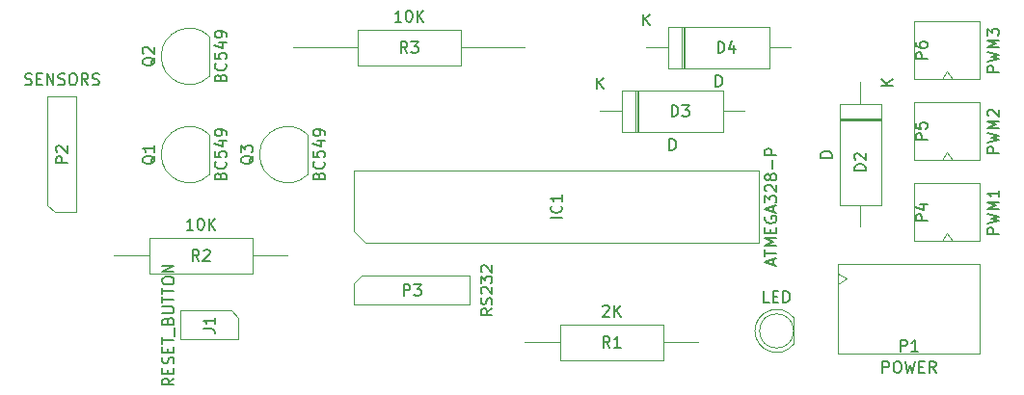
<source format=gbr>
%TF.GenerationSoftware,KiCad,Pcbnew,5.1.6-c6e7f7d~86~ubuntu16.04.1*%
%TF.CreationDate,2020-06-21T16:49:52-03:00*%
%TF.ProjectId,coolercontroller,636f6f6c-6572-4636-9f6e-74726f6c6c65,rev?*%
%TF.SameCoordinates,Original*%
%TF.FileFunction,Other,Fab,Top*%
%FSLAX46Y46*%
G04 Gerber Fmt 4.6, Leading zero omitted, Abs format (unit mm)*
G04 Created by KiCad (PCBNEW 5.1.6-c6e7f7d~86~ubuntu16.04.1) date 2020-06-21 16:49:52*
%MOMM*%
%LPD*%
G01*
G04 APERTURE LIST*
%ADD10C,0.100000*%
%ADD11C,0.150000*%
G04 APERTURE END LIST*
D10*
%TO.C,P6*%
X151004000Y-146050000D02*
X156804000Y-146050000D01*
X156804000Y-146050000D02*
X156804000Y-140970000D01*
X156804000Y-140970000D02*
X151004000Y-140970000D01*
X151004000Y-140970000D02*
X151004000Y-146050000D01*
X153424000Y-146050000D02*
X153924000Y-145342893D01*
X153924000Y-145342893D02*
X154424000Y-146050000D01*
%TO.C,P5*%
X151004000Y-153162000D02*
X156804000Y-153162000D01*
X156804000Y-153162000D02*
X156804000Y-148082000D01*
X156804000Y-148082000D02*
X151004000Y-148082000D01*
X151004000Y-148082000D02*
X151004000Y-153162000D01*
X153424000Y-153162000D02*
X153924000Y-152454893D01*
X153924000Y-152454893D02*
X154424000Y-153162000D01*
%TO.C,P4*%
X151004000Y-160274000D02*
X156804000Y-160274000D01*
X156804000Y-160274000D02*
X156804000Y-155194000D01*
X156804000Y-155194000D02*
X151004000Y-155194000D01*
X151004000Y-155194000D02*
X151004000Y-160274000D01*
X153424000Y-160274000D02*
X153924000Y-159566893D01*
X153924000Y-159566893D02*
X154424000Y-160274000D01*
%TO.C,P3*%
X112014000Y-165862000D02*
X101854000Y-165862000D01*
X112014000Y-163322000D02*
X112014000Y-165862000D01*
X102489000Y-163322000D02*
X112014000Y-163322000D01*
X101854000Y-163957000D02*
X102489000Y-163322000D01*
X101854000Y-165862000D02*
X101854000Y-163957000D01*
%TO.C,P2*%
X77470000Y-147574000D02*
X77470000Y-157734000D01*
X74930000Y-147574000D02*
X77470000Y-147574000D01*
X74930000Y-157099000D02*
X74930000Y-147574000D01*
X75565000Y-157734000D02*
X74930000Y-157099000D01*
X77470000Y-157734000D02*
X75565000Y-157734000D01*
%TO.C,J1*%
X91059000Y-166370000D02*
X91694000Y-167005000D01*
X86614000Y-166370000D02*
X91059000Y-166370000D01*
X86614000Y-168910000D02*
X86614000Y-166370000D01*
X91694000Y-168910000D02*
X86614000Y-168910000D01*
X91694000Y-167005000D02*
X91694000Y-168910000D01*
%TO.C,R2*%
X80772000Y-161544000D02*
X83892000Y-161544000D01*
X96012000Y-161544000D02*
X92892000Y-161544000D01*
X83892000Y-163144000D02*
X92892000Y-163144000D01*
X83892000Y-159944000D02*
X83892000Y-163144000D01*
X92892000Y-159944000D02*
X83892000Y-159944000D01*
X92892000Y-163144000D02*
X92892000Y-159944000D01*
%TO.C,R1*%
X116840000Y-169164000D02*
X119960000Y-169164000D01*
X132080000Y-169164000D02*
X128960000Y-169164000D01*
X119960000Y-170764000D02*
X128960000Y-170764000D01*
X119960000Y-167564000D02*
X119960000Y-170764000D01*
X128960000Y-167564000D02*
X119960000Y-167564000D01*
X128960000Y-170764000D02*
X128960000Y-167564000D01*
%TO.C,Q3*%
X97762000Y-154424000D02*
X97762000Y-150924000D01*
X97765625Y-154407625D02*
G75*
G02*
X93532000Y-152654000I-1753625J1753625D01*
G01*
X97765625Y-150900375D02*
G75*
G03*
X93532000Y-152654000I-1753625J-1753625D01*
G01*
%TO.C,Q2*%
X89126000Y-145788000D02*
X89126000Y-142288000D01*
X89129625Y-145771625D02*
G75*
G02*
X84896000Y-144018000I-1753625J1753625D01*
G01*
X89129625Y-142264375D02*
G75*
G03*
X84896000Y-144018000I-1753625J-1753625D01*
G01*
%TO.C,Q1*%
X89126000Y-154424000D02*
X89126000Y-150924000D01*
X89129625Y-154407625D02*
G75*
G02*
X84896000Y-152654000I-1753625J1753625D01*
G01*
X89129625Y-150900375D02*
G75*
G03*
X84896000Y-152654000I-1753625J-1753625D01*
G01*
%TO.C,IC1*%
X102854000Y-160401000D02*
X101854000Y-159401000D01*
X137414000Y-160401000D02*
X102854000Y-160401000D01*
X137414000Y-154051000D02*
X137414000Y-160401000D01*
X101854000Y-154051000D02*
X137414000Y-154051000D01*
X101854000Y-159401000D02*
X101854000Y-154051000D01*
%TO.C,D4*%
X130643000Y-141406000D02*
X130643000Y-145106000D01*
X130843000Y-141406000D02*
X130843000Y-145106000D01*
X130743000Y-141406000D02*
X130743000Y-145106000D01*
X140208000Y-143256000D02*
X138308000Y-143256000D01*
X127508000Y-143256000D02*
X129408000Y-143256000D01*
X138308000Y-141406000D02*
X129408000Y-141406000D01*
X138308000Y-145106000D02*
X138308000Y-141406000D01*
X129408000Y-145106000D02*
X138308000Y-145106000D01*
X129408000Y-141406000D02*
X129408000Y-145106000D01*
%TO.C,D3*%
X126579000Y-146994000D02*
X126579000Y-150694000D01*
X126779000Y-146994000D02*
X126779000Y-150694000D01*
X126679000Y-146994000D02*
X126679000Y-150694000D01*
X136144000Y-148844000D02*
X134244000Y-148844000D01*
X123444000Y-148844000D02*
X125344000Y-148844000D01*
X134244000Y-146994000D02*
X125344000Y-146994000D01*
X134244000Y-150694000D02*
X134244000Y-146994000D01*
X125344000Y-150694000D02*
X134244000Y-150694000D01*
X125344000Y-146994000D02*
X125344000Y-150694000D01*
%TO.C,D2*%
X148154000Y-149439000D02*
X144454000Y-149439000D01*
X148154000Y-149639000D02*
X144454000Y-149639000D01*
X148154000Y-149539000D02*
X144454000Y-149539000D01*
X146304000Y-159004000D02*
X146304000Y-157104000D01*
X146304000Y-146304000D02*
X146304000Y-148204000D01*
X148154000Y-157104000D02*
X148154000Y-148204000D01*
X144454000Y-157104000D02*
X148154000Y-157104000D01*
X144454000Y-148204000D02*
X144454000Y-157104000D01*
X148154000Y-148204000D02*
X144454000Y-148204000D01*
%TO.C,D1*%
X140438000Y-169314190D02*
X140438000Y-166981810D01*
X140438000Y-168148000D02*
G75*
G03*
X140438000Y-168148000I-1500000J0D01*
G01*
X140438555Y-166982524D02*
G75*
G03*
X140438000Y-169314190I-1500555J-1165476D01*
G01*
%TO.C,P1*%
X145069107Y-163576000D02*
X144362000Y-163076000D01*
X144362000Y-164076000D02*
X145069107Y-163576000D01*
X156762000Y-162276000D02*
X144362000Y-162276000D01*
X156762000Y-170176000D02*
X156762000Y-162276000D01*
X144362000Y-170176000D02*
X156762000Y-170176000D01*
X144362000Y-162276000D02*
X144362000Y-170176000D01*
%TO.C,R3*%
X96520000Y-143256000D02*
X102180000Y-143256000D01*
X116840000Y-143256000D02*
X111180000Y-143256000D01*
X102180000Y-144856000D02*
X111180000Y-144856000D01*
X102180000Y-141656000D02*
X102180000Y-144856000D01*
X111180000Y-141656000D02*
X102180000Y-141656000D01*
X111180000Y-144856000D02*
X111180000Y-141656000D01*
%TD*%
%TO.C,P6*%
D11*
X158456380Y-145390952D02*
X157456380Y-145390952D01*
X157456380Y-145010000D01*
X157504000Y-144914761D01*
X157551619Y-144867142D01*
X157646857Y-144819523D01*
X157789714Y-144819523D01*
X157884952Y-144867142D01*
X157932571Y-144914761D01*
X157980190Y-145010000D01*
X157980190Y-145390952D01*
X157456380Y-144486190D02*
X158456380Y-144248095D01*
X157742095Y-144057619D01*
X158456380Y-143867142D01*
X157456380Y-143629047D01*
X158456380Y-143248095D02*
X157456380Y-143248095D01*
X158170666Y-142914761D01*
X157456380Y-142581428D01*
X158456380Y-142581428D01*
X157456380Y-142200476D02*
X157456380Y-141581428D01*
X157837333Y-141914761D01*
X157837333Y-141771904D01*
X157884952Y-141676666D01*
X157932571Y-141629047D01*
X158027809Y-141581428D01*
X158265904Y-141581428D01*
X158361142Y-141629047D01*
X158408761Y-141676666D01*
X158456380Y-141771904D01*
X158456380Y-142057619D01*
X158408761Y-142152857D01*
X158361142Y-142200476D01*
X152156380Y-144248095D02*
X151156380Y-144248095D01*
X151156380Y-143867142D01*
X151204000Y-143771904D01*
X151251619Y-143724285D01*
X151346857Y-143676666D01*
X151489714Y-143676666D01*
X151584952Y-143724285D01*
X151632571Y-143771904D01*
X151680190Y-143867142D01*
X151680190Y-144248095D01*
X151156380Y-142819523D02*
X151156380Y-143010000D01*
X151204000Y-143105238D01*
X151251619Y-143152857D01*
X151394476Y-143248095D01*
X151584952Y-143295714D01*
X151965904Y-143295714D01*
X152061142Y-143248095D01*
X152108761Y-143200476D01*
X152156380Y-143105238D01*
X152156380Y-142914761D01*
X152108761Y-142819523D01*
X152061142Y-142771904D01*
X151965904Y-142724285D01*
X151727809Y-142724285D01*
X151632571Y-142771904D01*
X151584952Y-142819523D01*
X151537333Y-142914761D01*
X151537333Y-143105238D01*
X151584952Y-143200476D01*
X151632571Y-143248095D01*
X151727809Y-143295714D01*
%TO.C,P5*%
X158456380Y-152502952D02*
X157456380Y-152502952D01*
X157456380Y-152122000D01*
X157504000Y-152026761D01*
X157551619Y-151979142D01*
X157646857Y-151931523D01*
X157789714Y-151931523D01*
X157884952Y-151979142D01*
X157932571Y-152026761D01*
X157980190Y-152122000D01*
X157980190Y-152502952D01*
X157456380Y-151598190D02*
X158456380Y-151360095D01*
X157742095Y-151169619D01*
X158456380Y-150979142D01*
X157456380Y-150741047D01*
X158456380Y-150360095D02*
X157456380Y-150360095D01*
X158170666Y-150026761D01*
X157456380Y-149693428D01*
X158456380Y-149693428D01*
X157551619Y-149264857D02*
X157504000Y-149217238D01*
X157456380Y-149122000D01*
X157456380Y-148883904D01*
X157504000Y-148788666D01*
X157551619Y-148741047D01*
X157646857Y-148693428D01*
X157742095Y-148693428D01*
X157884952Y-148741047D01*
X158456380Y-149312476D01*
X158456380Y-148693428D01*
X152156380Y-151360095D02*
X151156380Y-151360095D01*
X151156380Y-150979142D01*
X151204000Y-150883904D01*
X151251619Y-150836285D01*
X151346857Y-150788666D01*
X151489714Y-150788666D01*
X151584952Y-150836285D01*
X151632571Y-150883904D01*
X151680190Y-150979142D01*
X151680190Y-151360095D01*
X151156380Y-149883904D02*
X151156380Y-150360095D01*
X151632571Y-150407714D01*
X151584952Y-150360095D01*
X151537333Y-150264857D01*
X151537333Y-150026761D01*
X151584952Y-149931523D01*
X151632571Y-149883904D01*
X151727809Y-149836285D01*
X151965904Y-149836285D01*
X152061142Y-149883904D01*
X152108761Y-149931523D01*
X152156380Y-150026761D01*
X152156380Y-150264857D01*
X152108761Y-150360095D01*
X152061142Y-150407714D01*
%TO.C,P4*%
X158456380Y-159614952D02*
X157456380Y-159614952D01*
X157456380Y-159234000D01*
X157504000Y-159138761D01*
X157551619Y-159091142D01*
X157646857Y-159043523D01*
X157789714Y-159043523D01*
X157884952Y-159091142D01*
X157932571Y-159138761D01*
X157980190Y-159234000D01*
X157980190Y-159614952D01*
X157456380Y-158710190D02*
X158456380Y-158472095D01*
X157742095Y-158281619D01*
X158456380Y-158091142D01*
X157456380Y-157853047D01*
X158456380Y-157472095D02*
X157456380Y-157472095D01*
X158170666Y-157138761D01*
X157456380Y-156805428D01*
X158456380Y-156805428D01*
X158456380Y-155805428D02*
X158456380Y-156376857D01*
X158456380Y-156091142D02*
X157456380Y-156091142D01*
X157599238Y-156186380D01*
X157694476Y-156281619D01*
X157742095Y-156376857D01*
X152156380Y-158472095D02*
X151156380Y-158472095D01*
X151156380Y-158091142D01*
X151204000Y-157995904D01*
X151251619Y-157948285D01*
X151346857Y-157900666D01*
X151489714Y-157900666D01*
X151584952Y-157948285D01*
X151632571Y-157995904D01*
X151680190Y-158091142D01*
X151680190Y-158472095D01*
X151489714Y-157043523D02*
X152156380Y-157043523D01*
X151108761Y-157281619D02*
X151823047Y-157519714D01*
X151823047Y-156900666D01*
%TO.C,P3*%
X113966380Y-166187238D02*
X113490190Y-166520571D01*
X113966380Y-166758666D02*
X112966380Y-166758666D01*
X112966380Y-166377714D01*
X113014000Y-166282476D01*
X113061619Y-166234857D01*
X113156857Y-166187238D01*
X113299714Y-166187238D01*
X113394952Y-166234857D01*
X113442571Y-166282476D01*
X113490190Y-166377714D01*
X113490190Y-166758666D01*
X113918761Y-165806285D02*
X113966380Y-165663428D01*
X113966380Y-165425333D01*
X113918761Y-165330095D01*
X113871142Y-165282476D01*
X113775904Y-165234857D01*
X113680666Y-165234857D01*
X113585428Y-165282476D01*
X113537809Y-165330095D01*
X113490190Y-165425333D01*
X113442571Y-165615809D01*
X113394952Y-165711047D01*
X113347333Y-165758666D01*
X113252095Y-165806285D01*
X113156857Y-165806285D01*
X113061619Y-165758666D01*
X113014000Y-165711047D01*
X112966380Y-165615809D01*
X112966380Y-165377714D01*
X113014000Y-165234857D01*
X113061619Y-164853904D02*
X113014000Y-164806285D01*
X112966380Y-164711047D01*
X112966380Y-164472952D01*
X113014000Y-164377714D01*
X113061619Y-164330095D01*
X113156857Y-164282476D01*
X113252095Y-164282476D01*
X113394952Y-164330095D01*
X113966380Y-164901523D01*
X113966380Y-164282476D01*
X112966380Y-163949142D02*
X112966380Y-163330095D01*
X113347333Y-163663428D01*
X113347333Y-163520571D01*
X113394952Y-163425333D01*
X113442571Y-163377714D01*
X113537809Y-163330095D01*
X113775904Y-163330095D01*
X113871142Y-163377714D01*
X113918761Y-163425333D01*
X113966380Y-163520571D01*
X113966380Y-163806285D01*
X113918761Y-163901523D01*
X113871142Y-163949142D01*
X113061619Y-162949142D02*
X113014000Y-162901523D01*
X112966380Y-162806285D01*
X112966380Y-162568190D01*
X113014000Y-162472952D01*
X113061619Y-162425333D01*
X113156857Y-162377714D01*
X113252095Y-162377714D01*
X113394952Y-162425333D01*
X113966380Y-162996761D01*
X113966380Y-162377714D01*
X106195904Y-165044380D02*
X106195904Y-164044380D01*
X106576857Y-164044380D01*
X106672095Y-164092000D01*
X106719714Y-164139619D01*
X106767333Y-164234857D01*
X106767333Y-164377714D01*
X106719714Y-164472952D01*
X106672095Y-164520571D01*
X106576857Y-164568190D01*
X106195904Y-164568190D01*
X107100666Y-164044380D02*
X107719714Y-164044380D01*
X107386380Y-164425333D01*
X107529238Y-164425333D01*
X107624476Y-164472952D01*
X107672095Y-164520571D01*
X107719714Y-164615809D01*
X107719714Y-164853904D01*
X107672095Y-164949142D01*
X107624476Y-164996761D01*
X107529238Y-165044380D01*
X107243523Y-165044380D01*
X107148285Y-164996761D01*
X107100666Y-164949142D01*
%TO.C,P2*%
X72961904Y-146478761D02*
X73104761Y-146526380D01*
X73342857Y-146526380D01*
X73438095Y-146478761D01*
X73485714Y-146431142D01*
X73533333Y-146335904D01*
X73533333Y-146240666D01*
X73485714Y-146145428D01*
X73438095Y-146097809D01*
X73342857Y-146050190D01*
X73152380Y-146002571D01*
X73057142Y-145954952D01*
X73009523Y-145907333D01*
X72961904Y-145812095D01*
X72961904Y-145716857D01*
X73009523Y-145621619D01*
X73057142Y-145574000D01*
X73152380Y-145526380D01*
X73390476Y-145526380D01*
X73533333Y-145574000D01*
X73961904Y-146002571D02*
X74295238Y-146002571D01*
X74438095Y-146526380D02*
X73961904Y-146526380D01*
X73961904Y-145526380D01*
X74438095Y-145526380D01*
X74866666Y-146526380D02*
X74866666Y-145526380D01*
X75438095Y-146526380D01*
X75438095Y-145526380D01*
X75866666Y-146478761D02*
X76009523Y-146526380D01*
X76247619Y-146526380D01*
X76342857Y-146478761D01*
X76390476Y-146431142D01*
X76438095Y-146335904D01*
X76438095Y-146240666D01*
X76390476Y-146145428D01*
X76342857Y-146097809D01*
X76247619Y-146050190D01*
X76057142Y-146002571D01*
X75961904Y-145954952D01*
X75914285Y-145907333D01*
X75866666Y-145812095D01*
X75866666Y-145716857D01*
X75914285Y-145621619D01*
X75961904Y-145574000D01*
X76057142Y-145526380D01*
X76295238Y-145526380D01*
X76438095Y-145574000D01*
X77057142Y-145526380D02*
X77247619Y-145526380D01*
X77342857Y-145574000D01*
X77438095Y-145669238D01*
X77485714Y-145859714D01*
X77485714Y-146193047D01*
X77438095Y-146383523D01*
X77342857Y-146478761D01*
X77247619Y-146526380D01*
X77057142Y-146526380D01*
X76961904Y-146478761D01*
X76866666Y-146383523D01*
X76819047Y-146193047D01*
X76819047Y-145859714D01*
X76866666Y-145669238D01*
X76961904Y-145574000D01*
X77057142Y-145526380D01*
X78485714Y-146526380D02*
X78152380Y-146050190D01*
X77914285Y-146526380D02*
X77914285Y-145526380D01*
X78295238Y-145526380D01*
X78390476Y-145574000D01*
X78438095Y-145621619D01*
X78485714Y-145716857D01*
X78485714Y-145859714D01*
X78438095Y-145954952D01*
X78390476Y-146002571D01*
X78295238Y-146050190D01*
X77914285Y-146050190D01*
X78866666Y-146478761D02*
X79009523Y-146526380D01*
X79247619Y-146526380D01*
X79342857Y-146478761D01*
X79390476Y-146431142D01*
X79438095Y-146335904D01*
X79438095Y-146240666D01*
X79390476Y-146145428D01*
X79342857Y-146097809D01*
X79247619Y-146050190D01*
X79057142Y-146002571D01*
X78961904Y-145954952D01*
X78914285Y-145907333D01*
X78866666Y-145812095D01*
X78866666Y-145716857D01*
X78914285Y-145621619D01*
X78961904Y-145574000D01*
X79057142Y-145526380D01*
X79295238Y-145526380D01*
X79438095Y-145574000D01*
X76652380Y-153392095D02*
X75652380Y-153392095D01*
X75652380Y-153011142D01*
X75700000Y-152915904D01*
X75747619Y-152868285D01*
X75842857Y-152820666D01*
X75985714Y-152820666D01*
X76080952Y-152868285D01*
X76128571Y-152915904D01*
X76176190Y-153011142D01*
X76176190Y-153392095D01*
X75747619Y-152439714D02*
X75700000Y-152392095D01*
X75652380Y-152296857D01*
X75652380Y-152058761D01*
X75700000Y-151963523D01*
X75747619Y-151915904D01*
X75842857Y-151868285D01*
X75938095Y-151868285D01*
X76080952Y-151915904D01*
X76652380Y-152487333D01*
X76652380Y-151868285D01*
%TO.C,J1*%
X86006380Y-172306666D02*
X85530190Y-172640000D01*
X86006380Y-172878095D02*
X85006380Y-172878095D01*
X85006380Y-172497142D01*
X85054000Y-172401904D01*
X85101619Y-172354285D01*
X85196857Y-172306666D01*
X85339714Y-172306666D01*
X85434952Y-172354285D01*
X85482571Y-172401904D01*
X85530190Y-172497142D01*
X85530190Y-172878095D01*
X85482571Y-171878095D02*
X85482571Y-171544761D01*
X86006380Y-171401904D02*
X86006380Y-171878095D01*
X85006380Y-171878095D01*
X85006380Y-171401904D01*
X85958761Y-171020952D02*
X86006380Y-170878095D01*
X86006380Y-170640000D01*
X85958761Y-170544761D01*
X85911142Y-170497142D01*
X85815904Y-170449523D01*
X85720666Y-170449523D01*
X85625428Y-170497142D01*
X85577809Y-170544761D01*
X85530190Y-170640000D01*
X85482571Y-170830476D01*
X85434952Y-170925714D01*
X85387333Y-170973333D01*
X85292095Y-171020952D01*
X85196857Y-171020952D01*
X85101619Y-170973333D01*
X85054000Y-170925714D01*
X85006380Y-170830476D01*
X85006380Y-170592380D01*
X85054000Y-170449523D01*
X85482571Y-170020952D02*
X85482571Y-169687619D01*
X86006380Y-169544761D02*
X86006380Y-170020952D01*
X85006380Y-170020952D01*
X85006380Y-169544761D01*
X85006380Y-169259047D02*
X85006380Y-168687619D01*
X86006380Y-168973333D02*
X85006380Y-168973333D01*
X86101619Y-168592380D02*
X86101619Y-167830476D01*
X85482571Y-167259047D02*
X85530190Y-167116190D01*
X85577809Y-167068571D01*
X85673047Y-167020952D01*
X85815904Y-167020952D01*
X85911142Y-167068571D01*
X85958761Y-167116190D01*
X86006380Y-167211428D01*
X86006380Y-167592380D01*
X85006380Y-167592380D01*
X85006380Y-167259047D01*
X85054000Y-167163809D01*
X85101619Y-167116190D01*
X85196857Y-167068571D01*
X85292095Y-167068571D01*
X85387333Y-167116190D01*
X85434952Y-167163809D01*
X85482571Y-167259047D01*
X85482571Y-167592380D01*
X85006380Y-166592380D02*
X85815904Y-166592380D01*
X85911142Y-166544761D01*
X85958761Y-166497142D01*
X86006380Y-166401904D01*
X86006380Y-166211428D01*
X85958761Y-166116190D01*
X85911142Y-166068571D01*
X85815904Y-166020952D01*
X85006380Y-166020952D01*
X85006380Y-165687619D02*
X85006380Y-165116190D01*
X86006380Y-165401904D02*
X85006380Y-165401904D01*
X85006380Y-164925714D02*
X85006380Y-164354285D01*
X86006380Y-164640000D02*
X85006380Y-164640000D01*
X85006380Y-163830476D02*
X85006380Y-163640000D01*
X85054000Y-163544761D01*
X85149238Y-163449523D01*
X85339714Y-163401904D01*
X85673047Y-163401904D01*
X85863523Y-163449523D01*
X85958761Y-163544761D01*
X86006380Y-163640000D01*
X86006380Y-163830476D01*
X85958761Y-163925714D01*
X85863523Y-164020952D01*
X85673047Y-164068571D01*
X85339714Y-164068571D01*
X85149238Y-164020952D01*
X85054000Y-163925714D01*
X85006380Y-163830476D01*
X86006380Y-162973333D02*
X85006380Y-162973333D01*
X86006380Y-162401904D01*
X85006380Y-162401904D01*
X88606380Y-167973333D02*
X89320666Y-167973333D01*
X89463523Y-168020952D01*
X89558761Y-168116190D01*
X89606380Y-168259047D01*
X89606380Y-168354285D01*
X89606380Y-166973333D02*
X89606380Y-167544761D01*
X89606380Y-167259047D02*
X88606380Y-167259047D01*
X88749238Y-167354285D01*
X88844476Y-167449523D01*
X88892095Y-167544761D01*
%TO.C,R2*%
X87701523Y-159276380D02*
X87130095Y-159276380D01*
X87415809Y-159276380D02*
X87415809Y-158276380D01*
X87320571Y-158419238D01*
X87225333Y-158514476D01*
X87130095Y-158562095D01*
X88320571Y-158276380D02*
X88415809Y-158276380D01*
X88511047Y-158324000D01*
X88558666Y-158371619D01*
X88606285Y-158466857D01*
X88653904Y-158657333D01*
X88653904Y-158895428D01*
X88606285Y-159085904D01*
X88558666Y-159181142D01*
X88511047Y-159228761D01*
X88415809Y-159276380D01*
X88320571Y-159276380D01*
X88225333Y-159228761D01*
X88177714Y-159181142D01*
X88130095Y-159085904D01*
X88082476Y-158895428D01*
X88082476Y-158657333D01*
X88130095Y-158466857D01*
X88177714Y-158371619D01*
X88225333Y-158324000D01*
X88320571Y-158276380D01*
X89082476Y-159276380D02*
X89082476Y-158276380D01*
X89653904Y-159276380D02*
X89225333Y-158704952D01*
X89653904Y-158276380D02*
X89082476Y-158847809D01*
X88225333Y-161996380D02*
X87892000Y-161520190D01*
X87653904Y-161996380D02*
X87653904Y-160996380D01*
X88034857Y-160996380D01*
X88130095Y-161044000D01*
X88177714Y-161091619D01*
X88225333Y-161186857D01*
X88225333Y-161329714D01*
X88177714Y-161424952D01*
X88130095Y-161472571D01*
X88034857Y-161520190D01*
X87653904Y-161520190D01*
X88606285Y-161091619D02*
X88653904Y-161044000D01*
X88749142Y-160996380D01*
X88987238Y-160996380D01*
X89082476Y-161044000D01*
X89130095Y-161091619D01*
X89177714Y-161186857D01*
X89177714Y-161282095D01*
X89130095Y-161424952D01*
X88558666Y-161996380D01*
X89177714Y-161996380D01*
%TO.C,R1*%
X123674285Y-165991619D02*
X123721904Y-165944000D01*
X123817142Y-165896380D01*
X124055238Y-165896380D01*
X124150476Y-165944000D01*
X124198095Y-165991619D01*
X124245714Y-166086857D01*
X124245714Y-166182095D01*
X124198095Y-166324952D01*
X123626666Y-166896380D01*
X124245714Y-166896380D01*
X124674285Y-166896380D02*
X124674285Y-165896380D01*
X125245714Y-166896380D02*
X124817142Y-166324952D01*
X125245714Y-165896380D02*
X124674285Y-166467809D01*
X124293333Y-169616380D02*
X123960000Y-169140190D01*
X123721904Y-169616380D02*
X123721904Y-168616380D01*
X124102857Y-168616380D01*
X124198095Y-168664000D01*
X124245714Y-168711619D01*
X124293333Y-168806857D01*
X124293333Y-168949714D01*
X124245714Y-169044952D01*
X124198095Y-169092571D01*
X124102857Y-169140190D01*
X123721904Y-169140190D01*
X125245714Y-169616380D02*
X124674285Y-169616380D01*
X124960000Y-169616380D02*
X124960000Y-168616380D01*
X124864761Y-168759238D01*
X124769523Y-168854476D01*
X124674285Y-168902095D01*
%TO.C,Q3*%
X98730571Y-154511142D02*
X98778190Y-154368285D01*
X98825809Y-154320666D01*
X98921047Y-154273047D01*
X99063904Y-154273047D01*
X99159142Y-154320666D01*
X99206761Y-154368285D01*
X99254380Y-154463523D01*
X99254380Y-154844476D01*
X98254380Y-154844476D01*
X98254380Y-154511142D01*
X98302000Y-154415904D01*
X98349619Y-154368285D01*
X98444857Y-154320666D01*
X98540095Y-154320666D01*
X98635333Y-154368285D01*
X98682952Y-154415904D01*
X98730571Y-154511142D01*
X98730571Y-154844476D01*
X99159142Y-153273047D02*
X99206761Y-153320666D01*
X99254380Y-153463523D01*
X99254380Y-153558761D01*
X99206761Y-153701619D01*
X99111523Y-153796857D01*
X99016285Y-153844476D01*
X98825809Y-153892095D01*
X98682952Y-153892095D01*
X98492476Y-153844476D01*
X98397238Y-153796857D01*
X98302000Y-153701619D01*
X98254380Y-153558761D01*
X98254380Y-153463523D01*
X98302000Y-153320666D01*
X98349619Y-153273047D01*
X98254380Y-152368285D02*
X98254380Y-152844476D01*
X98730571Y-152892095D01*
X98682952Y-152844476D01*
X98635333Y-152749238D01*
X98635333Y-152511142D01*
X98682952Y-152415904D01*
X98730571Y-152368285D01*
X98825809Y-152320666D01*
X99063904Y-152320666D01*
X99159142Y-152368285D01*
X99206761Y-152415904D01*
X99254380Y-152511142D01*
X99254380Y-152749238D01*
X99206761Y-152844476D01*
X99159142Y-152892095D01*
X98587714Y-151463523D02*
X99254380Y-151463523D01*
X98206761Y-151701619D02*
X98921047Y-151939714D01*
X98921047Y-151320666D01*
X99254380Y-150892095D02*
X99254380Y-150701619D01*
X99206761Y-150606380D01*
X99159142Y-150558761D01*
X99016285Y-150463523D01*
X98825809Y-150415904D01*
X98444857Y-150415904D01*
X98349619Y-150463523D01*
X98302000Y-150511142D01*
X98254380Y-150606380D01*
X98254380Y-150796857D01*
X98302000Y-150892095D01*
X98349619Y-150939714D01*
X98444857Y-150987333D01*
X98682952Y-150987333D01*
X98778190Y-150939714D01*
X98825809Y-150892095D01*
X98873428Y-150796857D01*
X98873428Y-150606380D01*
X98825809Y-150511142D01*
X98778190Y-150463523D01*
X98682952Y-150415904D01*
X92999619Y-152749238D02*
X92952000Y-152844476D01*
X92856761Y-152939714D01*
X92713904Y-153082571D01*
X92666285Y-153177809D01*
X92666285Y-153273047D01*
X92904380Y-153225428D02*
X92856761Y-153320666D01*
X92761523Y-153415904D01*
X92571047Y-153463523D01*
X92237714Y-153463523D01*
X92047238Y-153415904D01*
X91952000Y-153320666D01*
X91904380Y-153225428D01*
X91904380Y-153034952D01*
X91952000Y-152939714D01*
X92047238Y-152844476D01*
X92237714Y-152796857D01*
X92571047Y-152796857D01*
X92761523Y-152844476D01*
X92856761Y-152939714D01*
X92904380Y-153034952D01*
X92904380Y-153225428D01*
X91904380Y-152463523D02*
X91904380Y-151844476D01*
X92285333Y-152177809D01*
X92285333Y-152034952D01*
X92332952Y-151939714D01*
X92380571Y-151892095D01*
X92475809Y-151844476D01*
X92713904Y-151844476D01*
X92809142Y-151892095D01*
X92856761Y-151939714D01*
X92904380Y-152034952D01*
X92904380Y-152320666D01*
X92856761Y-152415904D01*
X92809142Y-152463523D01*
%TO.C,Q2*%
X90094571Y-145875142D02*
X90142190Y-145732285D01*
X90189809Y-145684666D01*
X90285047Y-145637047D01*
X90427904Y-145637047D01*
X90523142Y-145684666D01*
X90570761Y-145732285D01*
X90618380Y-145827523D01*
X90618380Y-146208476D01*
X89618380Y-146208476D01*
X89618380Y-145875142D01*
X89666000Y-145779904D01*
X89713619Y-145732285D01*
X89808857Y-145684666D01*
X89904095Y-145684666D01*
X89999333Y-145732285D01*
X90046952Y-145779904D01*
X90094571Y-145875142D01*
X90094571Y-146208476D01*
X90523142Y-144637047D02*
X90570761Y-144684666D01*
X90618380Y-144827523D01*
X90618380Y-144922761D01*
X90570761Y-145065619D01*
X90475523Y-145160857D01*
X90380285Y-145208476D01*
X90189809Y-145256095D01*
X90046952Y-145256095D01*
X89856476Y-145208476D01*
X89761238Y-145160857D01*
X89666000Y-145065619D01*
X89618380Y-144922761D01*
X89618380Y-144827523D01*
X89666000Y-144684666D01*
X89713619Y-144637047D01*
X89618380Y-143732285D02*
X89618380Y-144208476D01*
X90094571Y-144256095D01*
X90046952Y-144208476D01*
X89999333Y-144113238D01*
X89999333Y-143875142D01*
X90046952Y-143779904D01*
X90094571Y-143732285D01*
X90189809Y-143684666D01*
X90427904Y-143684666D01*
X90523142Y-143732285D01*
X90570761Y-143779904D01*
X90618380Y-143875142D01*
X90618380Y-144113238D01*
X90570761Y-144208476D01*
X90523142Y-144256095D01*
X89951714Y-142827523D02*
X90618380Y-142827523D01*
X89570761Y-143065619D02*
X90285047Y-143303714D01*
X90285047Y-142684666D01*
X90618380Y-142256095D02*
X90618380Y-142065619D01*
X90570761Y-141970380D01*
X90523142Y-141922761D01*
X90380285Y-141827523D01*
X90189809Y-141779904D01*
X89808857Y-141779904D01*
X89713619Y-141827523D01*
X89666000Y-141875142D01*
X89618380Y-141970380D01*
X89618380Y-142160857D01*
X89666000Y-142256095D01*
X89713619Y-142303714D01*
X89808857Y-142351333D01*
X90046952Y-142351333D01*
X90142190Y-142303714D01*
X90189809Y-142256095D01*
X90237428Y-142160857D01*
X90237428Y-141970380D01*
X90189809Y-141875142D01*
X90142190Y-141827523D01*
X90046952Y-141779904D01*
X84363619Y-144113238D02*
X84316000Y-144208476D01*
X84220761Y-144303714D01*
X84077904Y-144446571D01*
X84030285Y-144541809D01*
X84030285Y-144637047D01*
X84268380Y-144589428D02*
X84220761Y-144684666D01*
X84125523Y-144779904D01*
X83935047Y-144827523D01*
X83601714Y-144827523D01*
X83411238Y-144779904D01*
X83316000Y-144684666D01*
X83268380Y-144589428D01*
X83268380Y-144398952D01*
X83316000Y-144303714D01*
X83411238Y-144208476D01*
X83601714Y-144160857D01*
X83935047Y-144160857D01*
X84125523Y-144208476D01*
X84220761Y-144303714D01*
X84268380Y-144398952D01*
X84268380Y-144589428D01*
X83363619Y-143779904D02*
X83316000Y-143732285D01*
X83268380Y-143637047D01*
X83268380Y-143398952D01*
X83316000Y-143303714D01*
X83363619Y-143256095D01*
X83458857Y-143208476D01*
X83554095Y-143208476D01*
X83696952Y-143256095D01*
X84268380Y-143827523D01*
X84268380Y-143208476D01*
%TO.C,Q1*%
X90094571Y-154511142D02*
X90142190Y-154368285D01*
X90189809Y-154320666D01*
X90285047Y-154273047D01*
X90427904Y-154273047D01*
X90523142Y-154320666D01*
X90570761Y-154368285D01*
X90618380Y-154463523D01*
X90618380Y-154844476D01*
X89618380Y-154844476D01*
X89618380Y-154511142D01*
X89666000Y-154415904D01*
X89713619Y-154368285D01*
X89808857Y-154320666D01*
X89904095Y-154320666D01*
X89999333Y-154368285D01*
X90046952Y-154415904D01*
X90094571Y-154511142D01*
X90094571Y-154844476D01*
X90523142Y-153273047D02*
X90570761Y-153320666D01*
X90618380Y-153463523D01*
X90618380Y-153558761D01*
X90570761Y-153701619D01*
X90475523Y-153796857D01*
X90380285Y-153844476D01*
X90189809Y-153892095D01*
X90046952Y-153892095D01*
X89856476Y-153844476D01*
X89761238Y-153796857D01*
X89666000Y-153701619D01*
X89618380Y-153558761D01*
X89618380Y-153463523D01*
X89666000Y-153320666D01*
X89713619Y-153273047D01*
X89618380Y-152368285D02*
X89618380Y-152844476D01*
X90094571Y-152892095D01*
X90046952Y-152844476D01*
X89999333Y-152749238D01*
X89999333Y-152511142D01*
X90046952Y-152415904D01*
X90094571Y-152368285D01*
X90189809Y-152320666D01*
X90427904Y-152320666D01*
X90523142Y-152368285D01*
X90570761Y-152415904D01*
X90618380Y-152511142D01*
X90618380Y-152749238D01*
X90570761Y-152844476D01*
X90523142Y-152892095D01*
X89951714Y-151463523D02*
X90618380Y-151463523D01*
X89570761Y-151701619D02*
X90285047Y-151939714D01*
X90285047Y-151320666D01*
X90618380Y-150892095D02*
X90618380Y-150701619D01*
X90570761Y-150606380D01*
X90523142Y-150558761D01*
X90380285Y-150463523D01*
X90189809Y-150415904D01*
X89808857Y-150415904D01*
X89713619Y-150463523D01*
X89666000Y-150511142D01*
X89618380Y-150606380D01*
X89618380Y-150796857D01*
X89666000Y-150892095D01*
X89713619Y-150939714D01*
X89808857Y-150987333D01*
X90046952Y-150987333D01*
X90142190Y-150939714D01*
X90189809Y-150892095D01*
X90237428Y-150796857D01*
X90237428Y-150606380D01*
X90189809Y-150511142D01*
X90142190Y-150463523D01*
X90046952Y-150415904D01*
X84363619Y-152749238D02*
X84316000Y-152844476D01*
X84220761Y-152939714D01*
X84077904Y-153082571D01*
X84030285Y-153177809D01*
X84030285Y-153273047D01*
X84268380Y-153225428D02*
X84220761Y-153320666D01*
X84125523Y-153415904D01*
X83935047Y-153463523D01*
X83601714Y-153463523D01*
X83411238Y-153415904D01*
X83316000Y-153320666D01*
X83268380Y-153225428D01*
X83268380Y-153034952D01*
X83316000Y-152939714D01*
X83411238Y-152844476D01*
X83601714Y-152796857D01*
X83935047Y-152796857D01*
X84125523Y-152844476D01*
X84220761Y-152939714D01*
X84268380Y-153034952D01*
X84268380Y-153225428D01*
X84268380Y-151844476D02*
X84268380Y-152415904D01*
X84268380Y-152130190D02*
X83268380Y-152130190D01*
X83411238Y-152225428D01*
X83506476Y-152320666D01*
X83554095Y-152415904D01*
%TO.C,IC1*%
X138640666Y-162345047D02*
X138640666Y-161868857D01*
X138926380Y-162440285D02*
X137926380Y-162106952D01*
X138926380Y-161773619D01*
X137926380Y-161583142D02*
X137926380Y-161011714D01*
X138926380Y-161297428D02*
X137926380Y-161297428D01*
X138926380Y-160678380D02*
X137926380Y-160678380D01*
X138640666Y-160345047D01*
X137926380Y-160011714D01*
X138926380Y-160011714D01*
X138402571Y-159535523D02*
X138402571Y-159202190D01*
X138926380Y-159059333D02*
X138926380Y-159535523D01*
X137926380Y-159535523D01*
X137926380Y-159059333D01*
X137974000Y-158106952D02*
X137926380Y-158202190D01*
X137926380Y-158345047D01*
X137974000Y-158487904D01*
X138069238Y-158583142D01*
X138164476Y-158630761D01*
X138354952Y-158678380D01*
X138497809Y-158678380D01*
X138688285Y-158630761D01*
X138783523Y-158583142D01*
X138878761Y-158487904D01*
X138926380Y-158345047D01*
X138926380Y-158249809D01*
X138878761Y-158106952D01*
X138831142Y-158059333D01*
X138497809Y-158059333D01*
X138497809Y-158249809D01*
X138640666Y-157678380D02*
X138640666Y-157202190D01*
X138926380Y-157773619D02*
X137926380Y-157440285D01*
X138926380Y-157106952D01*
X137926380Y-156868857D02*
X137926380Y-156249809D01*
X138307333Y-156583142D01*
X138307333Y-156440285D01*
X138354952Y-156345047D01*
X138402571Y-156297428D01*
X138497809Y-156249809D01*
X138735904Y-156249809D01*
X138831142Y-156297428D01*
X138878761Y-156345047D01*
X138926380Y-156440285D01*
X138926380Y-156726000D01*
X138878761Y-156821238D01*
X138831142Y-156868857D01*
X138021619Y-155868857D02*
X137974000Y-155821238D01*
X137926380Y-155726000D01*
X137926380Y-155487904D01*
X137974000Y-155392666D01*
X138021619Y-155345047D01*
X138116857Y-155297428D01*
X138212095Y-155297428D01*
X138354952Y-155345047D01*
X138926380Y-155916476D01*
X138926380Y-155297428D01*
X138354952Y-154726000D02*
X138307333Y-154821238D01*
X138259714Y-154868857D01*
X138164476Y-154916476D01*
X138116857Y-154916476D01*
X138021619Y-154868857D01*
X137974000Y-154821238D01*
X137926380Y-154726000D01*
X137926380Y-154535523D01*
X137974000Y-154440285D01*
X138021619Y-154392666D01*
X138116857Y-154345047D01*
X138164476Y-154345047D01*
X138259714Y-154392666D01*
X138307333Y-154440285D01*
X138354952Y-154535523D01*
X138354952Y-154726000D01*
X138402571Y-154821238D01*
X138450190Y-154868857D01*
X138545428Y-154916476D01*
X138735904Y-154916476D01*
X138831142Y-154868857D01*
X138878761Y-154821238D01*
X138926380Y-154726000D01*
X138926380Y-154535523D01*
X138878761Y-154440285D01*
X138831142Y-154392666D01*
X138735904Y-154345047D01*
X138545428Y-154345047D01*
X138450190Y-154392666D01*
X138402571Y-154440285D01*
X138354952Y-154535523D01*
X138545428Y-153916476D02*
X138545428Y-153154571D01*
X138926380Y-152678380D02*
X137926380Y-152678380D01*
X137926380Y-152297428D01*
X137974000Y-152202190D01*
X138021619Y-152154571D01*
X138116857Y-152106952D01*
X138259714Y-152106952D01*
X138354952Y-152154571D01*
X138402571Y-152202190D01*
X138450190Y-152297428D01*
X138450190Y-152678380D01*
X120086380Y-158202190D02*
X119086380Y-158202190D01*
X119991142Y-157154571D02*
X120038761Y-157202190D01*
X120086380Y-157345047D01*
X120086380Y-157440285D01*
X120038761Y-157583142D01*
X119943523Y-157678380D01*
X119848285Y-157726000D01*
X119657809Y-157773619D01*
X119514952Y-157773619D01*
X119324476Y-157726000D01*
X119229238Y-157678380D01*
X119134000Y-157583142D01*
X119086380Y-157440285D01*
X119086380Y-157345047D01*
X119134000Y-157202190D01*
X119181619Y-157154571D01*
X120086380Y-156202190D02*
X120086380Y-156773619D01*
X120086380Y-156487904D02*
X119086380Y-156487904D01*
X119229238Y-156583142D01*
X119324476Y-156678380D01*
X119372095Y-156773619D01*
%TO.C,D4*%
X133596095Y-146678380D02*
X133596095Y-145678380D01*
X133834190Y-145678380D01*
X133977047Y-145726000D01*
X134072285Y-145821238D01*
X134119904Y-145916476D01*
X134167523Y-146106952D01*
X134167523Y-146249809D01*
X134119904Y-146440285D01*
X134072285Y-146535523D01*
X133977047Y-146630761D01*
X133834190Y-146678380D01*
X133596095Y-146678380D01*
X127246095Y-141308380D02*
X127246095Y-140308380D01*
X127817523Y-141308380D02*
X127388952Y-140736952D01*
X127817523Y-140308380D02*
X127246095Y-140879809D01*
X133787404Y-143708380D02*
X133787404Y-142708380D01*
X134025500Y-142708380D01*
X134168357Y-142756000D01*
X134263595Y-142851238D01*
X134311214Y-142946476D01*
X134358833Y-143136952D01*
X134358833Y-143279809D01*
X134311214Y-143470285D01*
X134263595Y-143565523D01*
X134168357Y-143660761D01*
X134025500Y-143708380D01*
X133787404Y-143708380D01*
X135215976Y-143041714D02*
X135215976Y-143708380D01*
X134977880Y-142660761D02*
X134739785Y-143375047D01*
X135358833Y-143375047D01*
%TO.C,D3*%
X129532095Y-152266380D02*
X129532095Y-151266380D01*
X129770190Y-151266380D01*
X129913047Y-151314000D01*
X130008285Y-151409238D01*
X130055904Y-151504476D01*
X130103523Y-151694952D01*
X130103523Y-151837809D01*
X130055904Y-152028285D01*
X130008285Y-152123523D01*
X129913047Y-152218761D01*
X129770190Y-152266380D01*
X129532095Y-152266380D01*
X123182095Y-146896380D02*
X123182095Y-145896380D01*
X123753523Y-146896380D02*
X123324952Y-146324952D01*
X123753523Y-145896380D02*
X123182095Y-146467809D01*
X129723404Y-149296380D02*
X129723404Y-148296380D01*
X129961500Y-148296380D01*
X130104357Y-148344000D01*
X130199595Y-148439238D01*
X130247214Y-148534476D01*
X130294833Y-148724952D01*
X130294833Y-148867809D01*
X130247214Y-149058285D01*
X130199595Y-149153523D01*
X130104357Y-149248761D01*
X129961500Y-149296380D01*
X129723404Y-149296380D01*
X130628166Y-148296380D02*
X131247214Y-148296380D01*
X130913880Y-148677333D01*
X131056738Y-148677333D01*
X131151976Y-148724952D01*
X131199595Y-148772571D01*
X131247214Y-148867809D01*
X131247214Y-149105904D01*
X131199595Y-149201142D01*
X131151976Y-149248761D01*
X131056738Y-149296380D01*
X130771023Y-149296380D01*
X130675785Y-149248761D01*
X130628166Y-149201142D01*
%TO.C,D2*%
X143786380Y-152915904D02*
X142786380Y-152915904D01*
X142786380Y-152677809D01*
X142834000Y-152534952D01*
X142929238Y-152439714D01*
X143024476Y-152392095D01*
X143214952Y-152344476D01*
X143357809Y-152344476D01*
X143548285Y-152392095D01*
X143643523Y-152439714D01*
X143738761Y-152534952D01*
X143786380Y-152677809D01*
X143786380Y-152915904D01*
X149156380Y-146565904D02*
X148156380Y-146565904D01*
X149156380Y-145994476D02*
X148584952Y-146423047D01*
X148156380Y-145994476D02*
X148727809Y-146565904D01*
X146756380Y-154059595D02*
X145756380Y-154059595D01*
X145756380Y-153821500D01*
X145804000Y-153678642D01*
X145899238Y-153583404D01*
X145994476Y-153535785D01*
X146184952Y-153488166D01*
X146327809Y-153488166D01*
X146518285Y-153535785D01*
X146613523Y-153583404D01*
X146708761Y-153678642D01*
X146756380Y-153821500D01*
X146756380Y-154059595D01*
X145851619Y-153107214D02*
X145804000Y-153059595D01*
X145756380Y-152964357D01*
X145756380Y-152726261D01*
X145804000Y-152631023D01*
X145851619Y-152583404D01*
X145946857Y-152535785D01*
X146042095Y-152535785D01*
X146184952Y-152583404D01*
X146756380Y-153154833D01*
X146756380Y-152535785D01*
%TO.C,D1*%
X138295142Y-165640380D02*
X137818952Y-165640380D01*
X137818952Y-164640380D01*
X138628476Y-165116571D02*
X138961809Y-165116571D01*
X139104666Y-165640380D02*
X138628476Y-165640380D01*
X138628476Y-164640380D01*
X139104666Y-164640380D01*
X139533238Y-165640380D02*
X139533238Y-164640380D01*
X139771333Y-164640380D01*
X139914190Y-164688000D01*
X140009428Y-164783238D01*
X140057047Y-164878476D01*
X140104666Y-165068952D01*
X140104666Y-165211809D01*
X140057047Y-165402285D01*
X140009428Y-165497523D01*
X139914190Y-165592761D01*
X139771333Y-165640380D01*
X139533238Y-165640380D01*
%TO.C,P1*%
X148252476Y-171828380D02*
X148252476Y-170828380D01*
X148633428Y-170828380D01*
X148728666Y-170876000D01*
X148776285Y-170923619D01*
X148823904Y-171018857D01*
X148823904Y-171161714D01*
X148776285Y-171256952D01*
X148728666Y-171304571D01*
X148633428Y-171352190D01*
X148252476Y-171352190D01*
X149442952Y-170828380D02*
X149633428Y-170828380D01*
X149728666Y-170876000D01*
X149823904Y-170971238D01*
X149871523Y-171161714D01*
X149871523Y-171495047D01*
X149823904Y-171685523D01*
X149728666Y-171780761D01*
X149633428Y-171828380D01*
X149442952Y-171828380D01*
X149347714Y-171780761D01*
X149252476Y-171685523D01*
X149204857Y-171495047D01*
X149204857Y-171161714D01*
X149252476Y-170971238D01*
X149347714Y-170876000D01*
X149442952Y-170828380D01*
X150204857Y-170828380D02*
X150442952Y-171828380D01*
X150633428Y-171114095D01*
X150823904Y-171828380D01*
X151062000Y-170828380D01*
X151442952Y-171304571D02*
X151776285Y-171304571D01*
X151919142Y-171828380D02*
X151442952Y-171828380D01*
X151442952Y-170828380D01*
X151919142Y-170828380D01*
X152919142Y-171828380D02*
X152585809Y-171352190D01*
X152347714Y-171828380D02*
X152347714Y-170828380D01*
X152728666Y-170828380D01*
X152823904Y-170876000D01*
X152871523Y-170923619D01*
X152919142Y-171018857D01*
X152919142Y-171161714D01*
X152871523Y-171256952D01*
X152823904Y-171304571D01*
X152728666Y-171352190D01*
X152347714Y-171352190D01*
X149823904Y-169928380D02*
X149823904Y-168928380D01*
X150204857Y-168928380D01*
X150300095Y-168976000D01*
X150347714Y-169023619D01*
X150395333Y-169118857D01*
X150395333Y-169261714D01*
X150347714Y-169356952D01*
X150300095Y-169404571D01*
X150204857Y-169452190D01*
X149823904Y-169452190D01*
X151347714Y-169928380D02*
X150776285Y-169928380D01*
X151062000Y-169928380D02*
X151062000Y-168928380D01*
X150966761Y-169071238D01*
X150871523Y-169166476D01*
X150776285Y-169214095D01*
%TO.C,R3*%
X105989523Y-140988380D02*
X105418095Y-140988380D01*
X105703809Y-140988380D02*
X105703809Y-139988380D01*
X105608571Y-140131238D01*
X105513333Y-140226476D01*
X105418095Y-140274095D01*
X106608571Y-139988380D02*
X106703809Y-139988380D01*
X106799047Y-140036000D01*
X106846666Y-140083619D01*
X106894285Y-140178857D01*
X106941904Y-140369333D01*
X106941904Y-140607428D01*
X106894285Y-140797904D01*
X106846666Y-140893142D01*
X106799047Y-140940761D01*
X106703809Y-140988380D01*
X106608571Y-140988380D01*
X106513333Y-140940761D01*
X106465714Y-140893142D01*
X106418095Y-140797904D01*
X106370476Y-140607428D01*
X106370476Y-140369333D01*
X106418095Y-140178857D01*
X106465714Y-140083619D01*
X106513333Y-140036000D01*
X106608571Y-139988380D01*
X107370476Y-140988380D02*
X107370476Y-139988380D01*
X107941904Y-140988380D02*
X107513333Y-140416952D01*
X107941904Y-139988380D02*
X107370476Y-140559809D01*
X106513333Y-143708380D02*
X106180000Y-143232190D01*
X105941904Y-143708380D02*
X105941904Y-142708380D01*
X106322857Y-142708380D01*
X106418095Y-142756000D01*
X106465714Y-142803619D01*
X106513333Y-142898857D01*
X106513333Y-143041714D01*
X106465714Y-143136952D01*
X106418095Y-143184571D01*
X106322857Y-143232190D01*
X105941904Y-143232190D01*
X106846666Y-142708380D02*
X107465714Y-142708380D01*
X107132380Y-143089333D01*
X107275238Y-143089333D01*
X107370476Y-143136952D01*
X107418095Y-143184571D01*
X107465714Y-143279809D01*
X107465714Y-143517904D01*
X107418095Y-143613142D01*
X107370476Y-143660761D01*
X107275238Y-143708380D01*
X106989523Y-143708380D01*
X106894285Y-143660761D01*
X106846666Y-143613142D01*
%TD*%
M02*

</source>
